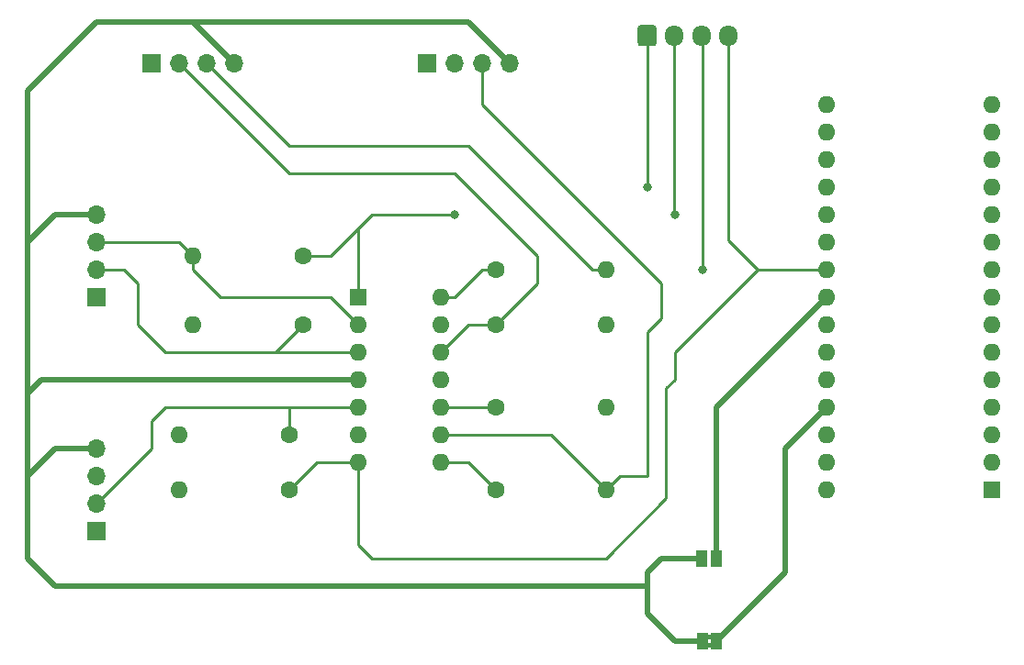
<source format=gbr>
%TF.GenerationSoftware,KiCad,Pcbnew,5.1.6-c6e7f7d~86~ubuntu18.04.1*%
%TF.CreationDate,2020-07-08T21:07:12-04:00*%
%TF.ProjectId,boo,626f6f2e-6b69-4636-9164-5f7063625858,rev?*%
%TF.SameCoordinates,Original*%
%TF.FileFunction,Copper,L1,Top*%
%TF.FilePolarity,Positive*%
%FSLAX46Y46*%
G04 Gerber Fmt 4.6, Leading zero omitted, Abs format (unit mm)*
G04 Created by KiCad (PCBNEW 5.1.6-c6e7f7d~86~ubuntu18.04.1) date 2020-07-08 21:07:12*
%MOMM*%
%LPD*%
G01*
G04 APERTURE LIST*
%TA.AperFunction,EtchedComponent*%
%ADD10C,0.100000*%
%TD*%
%TA.AperFunction,ComponentPad*%
%ADD11O,1.600000X1.600000*%
%TD*%
%TA.AperFunction,ComponentPad*%
%ADD12R,1.600000X1.600000*%
%TD*%
%TA.AperFunction,ComponentPad*%
%ADD13C,1.600000*%
%TD*%
%TA.AperFunction,ComponentPad*%
%ADD14R,1.700000X1.700000*%
%TD*%
%TA.AperFunction,ComponentPad*%
%ADD15O,1.700000X1.700000*%
%TD*%
%TA.AperFunction,ComponentPad*%
%ADD16O,1.700000X1.950000*%
%TD*%
%TA.AperFunction,SMDPad,CuDef*%
%ADD17R,1.000000X1.500000*%
%TD*%
%TA.AperFunction,ViaPad*%
%ADD18C,0.800000*%
%TD*%
%TA.AperFunction,Conductor*%
%ADD19C,0.250000*%
%TD*%
%TA.AperFunction,Conductor*%
%ADD20C,0.500000*%
%TD*%
G04 APERTURE END LIST*
D10*
%TO.C,JP1*%
G36*
X455060000Y388420000D02*
G01*
X455560000Y388420000D01*
X455560000Y388020000D01*
X455060000Y388020000D01*
X455060000Y388420000D01*
G37*
G36*
X455060000Y389220000D02*
G01*
X455560000Y389220000D01*
X455560000Y388820000D01*
X455060000Y388820000D01*
X455060000Y389220000D01*
G37*
%TD*%
D11*
%TO.P,U1,14*%
%TO.N,/up_a*%
X430530000Y420370000D03*
%TO.P,U1,7*%
%TO.N,/right_a*%
X422910000Y405130000D03*
%TO.P,U1,13*%
%TO.N,Net-(J1-Pad3)*%
X430530000Y417830000D03*
%TO.P,U1,6*%
%TO.N,Net-(J4-Pad3)*%
X422910000Y407670000D03*
%TO.P,U1,12*%
%TO.N,Net-(J1-Pad2)*%
X430530000Y415290000D03*
%TO.P,U1,5*%
%TO.N,Net-(J4-Pad2)*%
X422910000Y410210000D03*
%TO.P,U1,11*%
%TO.N,GND*%
X430530000Y412750000D03*
%TO.P,U1,4*%
%TO.N,vcc*%
X422910000Y412750000D03*
%TO.P,U1,10*%
%TO.N,Net-(J3-Pad2)*%
X430530000Y410210000D03*
%TO.P,U1,3*%
%TO.N,Net-(J2-Pad2)*%
X422910000Y415290000D03*
%TO.P,U1,9*%
%TO.N,Net-(J3-Pad3)*%
X430530000Y407670000D03*
%TO.P,U1,2*%
%TO.N,Net-(J2-Pad3)*%
X422910000Y417830000D03*
%TO.P,U1,8*%
%TO.N,/down_a*%
X430530000Y405130000D03*
D12*
%TO.P,U1,1*%
%TO.N,/left_a*%
X422910000Y420370000D03*
%TD*%
D11*
%TO.P,R8,2*%
%TO.N,GND*%
X406400000Y407670000D03*
D13*
%TO.P,R8,1*%
%TO.N,Net-(J4-Pad2)*%
X416560000Y407670000D03*
%TD*%
D11*
%TO.P,R7,2*%
%TO.N,Net-(J4-Pad3)*%
X406400000Y402590000D03*
D13*
%TO.P,R7,1*%
%TO.N,/right_a*%
X416560000Y402590000D03*
%TD*%
D11*
%TO.P,R6,2*%
%TO.N,GND*%
X445770000Y410210000D03*
D13*
%TO.P,R6,1*%
%TO.N,Net-(J3-Pad2)*%
X435610000Y410210000D03*
%TD*%
D11*
%TO.P,R5,2*%
%TO.N,Net-(J3-Pad3)*%
X445770000Y402590000D03*
D13*
%TO.P,R5,1*%
%TO.N,/down_a*%
X435610000Y402590000D03*
%TD*%
D11*
%TO.P,R4,2*%
%TO.N,GND*%
X407670000Y417830000D03*
D13*
%TO.P,R4,1*%
%TO.N,Net-(J2-Pad2)*%
X417830000Y417830000D03*
%TD*%
D11*
%TO.P,R3,2*%
%TO.N,Net-(J2-Pad3)*%
X407670000Y424180000D03*
D13*
%TO.P,R3,1*%
%TO.N,/left_a*%
X417830000Y424180000D03*
%TD*%
D11*
%TO.P,R2,2*%
%TO.N,GND*%
X445770000Y417830000D03*
D13*
%TO.P,R2,1*%
%TO.N,Net-(J1-Pad2)*%
X435610000Y417830000D03*
%TD*%
D11*
%TO.P,R1,2*%
%TO.N,Net-(J1-Pad3)*%
X445770000Y422910000D03*
D13*
%TO.P,R1,1*%
%TO.N,/up_a*%
X435610000Y422910000D03*
%TD*%
D14*
%TO.P,J1,1*%
%TO.N,GND*%
X403860000Y441960000D03*
D15*
%TO.P,J1,2*%
%TO.N,Net-(J1-Pad2)*%
X406400000Y441960000D03*
%TO.P,J1,3*%
%TO.N,Net-(J1-Pad3)*%
X408940000Y441960000D03*
%TO.P,J1,4*%
%TO.N,vcc*%
X411480000Y441960000D03*
%TD*%
%TO.P,J2,4*%
%TO.N,vcc*%
X398780000Y427990000D03*
%TO.P,J2,3*%
%TO.N,Net-(J2-Pad3)*%
X398780000Y425450000D03*
%TO.P,J2,2*%
%TO.N,Net-(J2-Pad2)*%
X398780000Y422910000D03*
D14*
%TO.P,J2,1*%
%TO.N,GND*%
X398780000Y420370000D03*
%TD*%
%TO.P,J3,1*%
%TO.N,GND*%
X429260000Y441960000D03*
D15*
%TO.P,J3,2*%
%TO.N,Net-(J3-Pad2)*%
X431800000Y441960000D03*
%TO.P,J3,3*%
%TO.N,Net-(J3-Pad3)*%
X434340000Y441960000D03*
%TO.P,J3,4*%
%TO.N,vcc*%
X436880000Y441960000D03*
%TD*%
%TO.P,J4,4*%
%TO.N,vcc*%
X398780000Y406400000D03*
%TO.P,J4,3*%
%TO.N,Net-(J4-Pad3)*%
X398780000Y403860000D03*
%TO.P,J4,2*%
%TO.N,Net-(J4-Pad2)*%
X398780000Y401320000D03*
D14*
%TO.P,J4,1*%
%TO.N,GND*%
X398780000Y398780000D03*
%TD*%
%TO.P,J5,1*%
%TO.N,/up_a*%
%TA.AperFunction,ComponentPad*%
G36*
G01*
X448730000Y443775000D02*
X448730000Y445225000D01*
G75*
G02*
X448980000Y445475000I250000J0D01*
G01*
X450180000Y445475000D01*
G75*
G02*
X450430000Y445225000I0J-250000D01*
G01*
X450430000Y443775000D01*
G75*
G02*
X450180000Y443525000I-250000J0D01*
G01*
X448980000Y443525000D01*
G75*
G02*
X448730000Y443775000I0J250000D01*
G01*
G37*
%TD.AperFunction*%
D16*
%TO.P,J5,2*%
%TO.N,/left_a*%
X452080000Y444500000D03*
%TO.P,J5,3*%
%TO.N,/down_a*%
X454580000Y444500000D03*
%TO.P,J5,4*%
%TO.N,/right_a*%
X457080000Y444500000D03*
%TD*%
D17*
%TO.P,JP1,1*%
%TO.N,vcc*%
X454660000Y388620000D03*
%TO.P,JP1,2*%
%TO.N,Net-(A1-Pad27)*%
X455960000Y388620000D03*
%TD*%
%TO.P,JP2,2*%
%TO.N,Net-(A1-Pad23)*%
X455930000Y396240000D03*
%TO.P,JP2,1*%
%TO.N,vcc*%
X454630000Y396240000D03*
%TD*%
D12*
%TO.P,A1,1*%
%TO.N,N/C*%
X481330000Y402590000D03*
D11*
%TO.P,A1,17*%
X466090000Y435610000D03*
%TO.P,A1,2*%
X481330000Y405130000D03*
%TO.P,A1,18*%
X466090000Y433070000D03*
%TO.P,A1,3*%
X481330000Y407670000D03*
%TO.P,A1,19*%
%TO.N,/up_a*%
X466090000Y430530000D03*
%TO.P,A1,4*%
%TO.N,GND*%
X481330000Y410210000D03*
%TO.P,A1,20*%
%TO.N,/left_a*%
X466090000Y427990000D03*
%TO.P,A1,5*%
%TO.N,N/C*%
X481330000Y412750000D03*
%TO.P,A1,21*%
%TO.N,/down_a*%
X466090000Y425450000D03*
%TO.P,A1,6*%
%TO.N,N/C*%
X481330000Y415290000D03*
%TO.P,A1,22*%
%TO.N,/right_a*%
X466090000Y422910000D03*
%TO.P,A1,7*%
%TO.N,N/C*%
X481330000Y417830000D03*
%TO.P,A1,23*%
%TO.N,Net-(A1-Pad23)*%
X466090000Y420370000D03*
%TO.P,A1,8*%
%TO.N,GND*%
X481330000Y420370000D03*
%TO.P,A1,24*%
%TO.N,N/C*%
X466090000Y417830000D03*
%TO.P,A1,9*%
X481330000Y422910000D03*
%TO.P,A1,25*%
X466090000Y415290000D03*
%TO.P,A1,10*%
X481330000Y425450000D03*
%TO.P,A1,26*%
X466090000Y412750000D03*
%TO.P,A1,11*%
X481330000Y427990000D03*
%TO.P,A1,27*%
%TO.N,Net-(A1-Pad27)*%
X466090000Y410210000D03*
%TO.P,A1,12*%
%TO.N,N/C*%
X481330000Y430530000D03*
%TO.P,A1,28*%
X466090000Y407670000D03*
%TO.P,A1,13*%
X481330000Y433070000D03*
%TO.P,A1,29*%
X466090000Y405130000D03*
%TO.P,A1,14*%
X481330000Y435610000D03*
%TO.P,A1,30*%
X466090000Y402590000D03*
%TO.P,A1,15*%
X481330000Y438150000D03*
%TO.P,A1,16*%
X466090000Y438150000D03*
%TD*%
D18*
%TO.N,/down_a*%
X454660000Y422910000D03*
%TO.N,/left_a*%
X431800000Y427990000D03*
X452120000Y427990000D03*
%TO.N,/up_a*%
X449580000Y430530000D03*
%TD*%
D19*
%TO.N,Net-(J1-Pad3)*%
X444500000Y422910000D02*
X445770000Y422910000D01*
X408940000Y441960000D02*
X416560000Y434340000D01*
X433070000Y434340000D02*
X444500000Y422910000D01*
X416560000Y434340000D02*
X433070000Y434340000D01*
%TO.N,Net-(J1-Pad2)*%
X439420000Y424180000D02*
X439420000Y421640000D01*
X431800000Y431800000D02*
X439420000Y424180000D01*
X439420000Y421640000D02*
X435610000Y417830000D01*
X406400000Y441960000D02*
X416560000Y431800000D01*
X416560000Y431800000D02*
X431800000Y431800000D01*
X433070000Y417830000D02*
X430530000Y415290000D01*
X435610000Y417830000D02*
X433070000Y417830000D01*
%TO.N,Net-(J2-Pad3)*%
X406400000Y425450000D02*
X407670000Y424180000D01*
X398780000Y425450000D02*
X406400000Y425450000D01*
X407670000Y424180000D02*
X407670000Y422910000D01*
X407670000Y422910000D02*
X410210000Y420370000D01*
X420370000Y420370000D02*
X422910000Y417830000D01*
X410210000Y420370000D02*
X420370000Y420370000D01*
%TO.N,Net-(J2-Pad2)*%
X398780000Y422910000D02*
X401320000Y422910000D01*
X401320000Y422910000D02*
X402590000Y421640000D01*
X402590000Y421640000D02*
X402590000Y417830000D01*
X402590000Y417830000D02*
X405130000Y415290000D01*
X405130000Y415290000D02*
X415290000Y415290000D01*
X415290000Y415290000D02*
X417830000Y417830000D01*
X415290000Y415290000D02*
X422910000Y415290000D01*
%TO.N,Net-(J3-Pad3)*%
X447040000Y403860000D02*
X445770000Y402590000D01*
X449580000Y417122880D02*
X449580000Y403860000D01*
X434340000Y438150000D02*
X450850000Y421640000D01*
X434340000Y441960000D02*
X434340000Y438150000D01*
X450850000Y421640000D02*
X450850000Y418392880D01*
X450850000Y418392880D02*
X449580000Y417122880D01*
X449580000Y403860000D02*
X447040000Y403860000D01*
X440690000Y407670000D02*
X430530000Y407670000D01*
X445770000Y402590000D02*
X440690000Y407670000D01*
%TO.N,Net-(J3-Pad2)*%
X430530000Y410210000D02*
X435610000Y410210000D01*
%TO.N,Net-(J4-Pad2)*%
X403860000Y408940000D02*
X405130000Y410210000D01*
X398780000Y401320000D02*
X403860000Y406400000D01*
X403860000Y406400000D02*
X403860000Y408940000D01*
X416560000Y410210000D02*
X416560000Y407670000D01*
X416560000Y410210000D02*
X422910000Y410210000D01*
X405130000Y410210000D02*
X416560000Y410210000D01*
%TO.N,/right_a*%
X452120000Y415290000D02*
X459740000Y422910000D01*
X452120000Y412750000D02*
X452120000Y415290000D01*
X422910000Y397510000D02*
X424180000Y396240000D01*
X422910000Y405130000D02*
X422910000Y397510000D01*
X451350010Y401820010D02*
X451350010Y411980010D01*
X451350010Y411980010D02*
X452120000Y412750000D01*
X424180000Y396240000D02*
X445770000Y396240000D01*
X445770000Y396240000D02*
X451350010Y401820010D01*
X466090000Y422910000D02*
X459740000Y422910000D01*
X419100000Y405130000D02*
X416560000Y402590000D01*
X422910000Y405130000D02*
X419100000Y405130000D01*
X457080000Y444500000D02*
X457080000Y425570000D01*
X457080000Y425570000D02*
X459740000Y422910000D01*
%TO.N,/down_a*%
X433070000Y405130000D02*
X435610000Y402590000D01*
X430530000Y405130000D02*
X433070000Y405130000D01*
X454580000Y444500000D02*
X454660000Y444500000D01*
X454660000Y444500000D02*
X454660000Y422910000D01*
%TO.N,/left_a*%
X422910000Y420370000D02*
X422910000Y426720000D01*
X422910000Y426720000D02*
X424180000Y427990000D01*
X424180000Y427990000D02*
X431800000Y427990000D01*
X420370000Y424180000D02*
X422910000Y426720000D01*
X417830000Y424180000D02*
X420370000Y424180000D01*
X452080000Y444500000D02*
X452080000Y428030000D01*
%TO.N,/up_a*%
X431800000Y420370000D02*
X434340000Y422910000D01*
X430530000Y420370000D02*
X431800000Y420370000D01*
X435610000Y422910000D02*
X434340000Y422910000D01*
X449580000Y444500000D02*
X449580000Y430530000D01*
D20*
%TO.N,vcc*%
X394970000Y406400000D02*
X398780000Y406400000D01*
X392430000Y403860000D02*
X394970000Y406400000D01*
X394970000Y427990000D02*
X392430000Y425450000D01*
X398780000Y427990000D02*
X394970000Y427990000D01*
X398780000Y445770000D02*
X407670000Y445770000D01*
X407670000Y445770000D02*
X411480000Y441960000D01*
X392430000Y425450000D02*
X392430000Y439420000D01*
X392430000Y439420000D02*
X398780000Y445770000D01*
X433070000Y445770000D02*
X436880000Y441960000D01*
X407670000Y445770000D02*
X433070000Y445770000D01*
X393700000Y412750000D02*
X392430000Y411480000D01*
X422910000Y412750000D02*
X393700000Y412750000D01*
X392430000Y403860000D02*
X392430000Y411480000D01*
X392430000Y411480000D02*
X392430000Y425450000D01*
X394970000Y393700000D02*
X449580000Y393700000D01*
X392430000Y403860000D02*
X392430000Y396240000D01*
X392430000Y396240000D02*
X394970000Y393700000D01*
X449580000Y393700000D02*
X449580000Y391160000D01*
X452120000Y388620000D02*
X454660000Y388620000D01*
X449580000Y391160000D02*
X452120000Y388620000D01*
X449580000Y393700000D02*
X449580000Y394970000D01*
X450850000Y396240000D02*
X454630000Y396240000D01*
X449580000Y394970000D02*
X450850000Y396240000D01*
%TO.N,Net-(A1-Pad23)*%
X455930000Y410210000D02*
X466090000Y420370000D01*
X455930000Y396240000D02*
X455930000Y410210000D01*
%TO.N,Net-(A1-Pad27)*%
X462280000Y406400000D02*
X466090000Y410210000D01*
X455960000Y388620000D02*
X462280000Y394940000D01*
X462280000Y394940000D02*
X462280000Y406400000D01*
%TD*%
M02*

</source>
